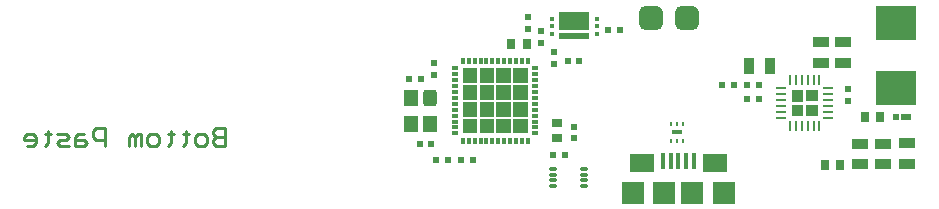
<source format=gbp>
G04 Layer_Color=128*
%FSLAX44Y44*%
%MOMM*%
G71*
G01*
G75*
%ADD17R,0.5000X0.6000*%
%ADD18R,0.8500X1.4000*%
%ADD22R,0.6000X0.5000*%
%ADD23R,0.2500X0.4000*%
%ADD25R,0.9000X0.8000*%
%ADD26R,0.8000X0.9000*%
%ADD27R,1.4000X0.8500*%
%ADD34C,0.2540*%
%ADD49R,0.4000X0.4000*%
%ADD50R,2.5000X1.5000*%
%ADD51R,2.5000X0.5500*%
%ADD53R,0.8500X0.2800*%
%ADD54R,0.2800X0.8500*%
%ADD55R,0.6000X0.3048*%
%ADD56R,0.3048X0.6000*%
%ADD59R,3.5000X2.9500*%
G04:AMPARAMS|DCode=60|XSize=2mm|YSize=2mm|CornerRadius=0.5mm|HoleSize=0mm|Usage=FLASHONLY|Rotation=0.000|XOffset=0mm|YOffset=0mm|HoleType=Round|Shape=RoundedRectangle|*
%AMROUNDEDRECTD60*
21,1,2.0000,1.0000,0,0,0.0*
21,1,1.0000,2.0000,0,0,0.0*
1,1,1.0000,0.5000,-0.5000*
1,1,1.0000,-0.5000,-0.5000*
1,1,1.0000,-0.5000,0.5000*
1,1,1.0000,0.5000,0.5000*
%
%ADD60ROUNDEDRECTD60*%
%ADD61R,1.2000X1.4000*%
G04:AMPARAMS|DCode=62|XSize=1.4mm|YSize=1.2mm|CornerRadius=0.3mm|HoleSize=0mm|Usage=FLASHONLY|Rotation=270.000|XOffset=0mm|YOffset=0mm|HoleType=Round|Shape=RoundedRectangle|*
%AMROUNDEDRECTD62*
21,1,1.4000,0.6000,0,0,270.0*
21,1,0.8000,1.2000,0,0,270.0*
1,1,0.6000,-0.3000,-0.4000*
1,1,0.6000,-0.3000,0.4000*
1,1,0.6000,0.3000,0.4000*
1,1,0.6000,0.3000,-0.4000*
%
%ADD62ROUNDEDRECTD62*%
%ADD63R,0.8800X0.6000*%
%ADD64R,0.4700X0.6000*%
G04:AMPARAMS|DCode=66|XSize=0.6mm|YSize=0.3mm|CornerRadius=0.075mm|HoleSize=0mm|Usage=FLASHONLY|Rotation=180.000|XOffset=0mm|YOffset=0mm|HoleType=Round|Shape=RoundedRectangle|*
%AMROUNDEDRECTD66*
21,1,0.6000,0.1500,0,0,180.0*
21,1,0.4500,0.3000,0,0,180.0*
1,1,0.1500,-0.2250,0.0750*
1,1,0.1500,0.2250,0.0750*
1,1,0.1500,0.2250,-0.0750*
1,1,0.1500,-0.2250,-0.0750*
%
%ADD66ROUNDEDRECTD66*%
%ADD67R,2.1000X1.6000*%
%ADD68R,1.9000X1.9000*%
%ADD69R,0.4000X1.3500*%
G36*
X97042Y80558D02*
X84818D01*
Y92782D01*
X97042D01*
Y80558D01*
D02*
G37*
G36*
X82818D02*
X70594D01*
Y92782D01*
X82818D01*
Y80558D01*
D02*
G37*
G36*
X111266D02*
X99042D01*
Y92782D01*
X111266D01*
Y80558D01*
D02*
G37*
G36*
X358700Y81075D02*
X349076D01*
Y90700D01*
X358700D01*
Y81075D01*
D02*
G37*
G36*
X125490Y80558D02*
X113266D01*
Y92782D01*
X125490D01*
Y80558D01*
D02*
G37*
G36*
X82818Y66334D02*
X70594D01*
Y78558D01*
X82818D01*
Y66334D01*
D02*
G37*
G36*
X256540Y65728D02*
X247904D01*
Y68890D01*
X256540D01*
Y65728D01*
D02*
G37*
G36*
X97042Y66334D02*
X84818D01*
Y78558D01*
X97042D01*
Y66334D01*
D02*
G37*
G36*
X125490D02*
X113266D01*
Y78558D01*
X125490D01*
Y66334D01*
D02*
G37*
G36*
X111266D02*
X99042D01*
Y78558D01*
X111266D01*
Y66334D01*
D02*
G37*
G36*
X370909Y81093D02*
X361293D01*
Y90691D01*
X370909D01*
Y81093D01*
D02*
G37*
G36*
X82818Y109006D02*
X70594D01*
Y121230D01*
X82818D01*
Y109006D01*
D02*
G37*
G36*
X125490Y94782D02*
X113266D01*
Y107006D01*
X125490D01*
Y94782D01*
D02*
G37*
G36*
X97042Y109006D02*
X84818D01*
Y121230D01*
X97042D01*
Y109006D01*
D02*
G37*
G36*
X125490D02*
X113266D01*
Y121230D01*
X125490D01*
Y109006D01*
D02*
G37*
G36*
X111266D02*
X99042D01*
Y121230D01*
X111266D01*
Y109006D01*
D02*
G37*
G36*
X370900Y93302D02*
X361302D01*
Y102900D01*
X370900D01*
Y93302D01*
D02*
G37*
G36*
X358680Y93284D02*
X349084D01*
Y102920D01*
X358680D01*
Y93284D01*
D02*
G37*
G36*
X82818Y94782D02*
X70594D01*
Y107006D01*
X82818D01*
Y94782D01*
D02*
G37*
G36*
X111266D02*
X99042D01*
Y107006D01*
X111266D01*
Y94782D01*
D02*
G37*
G36*
X97042D02*
X84818D01*
Y107006D01*
X97042D01*
Y94782D01*
D02*
G37*
D17*
X169338Y127762D02*
D03*
X159338D02*
D03*
X321000Y95000D02*
D03*
X311000D02*
D03*
X299894Y106934D02*
D03*
X289894D02*
D03*
X311000Y107000D02*
D03*
X321000D02*
D03*
X193374Y154178D02*
D03*
X203374D02*
D03*
X156892Y48006D02*
D03*
X146892D02*
D03*
X47990Y44120D02*
D03*
X57990D02*
D03*
X35130Y112192D02*
D03*
X25130D02*
D03*
X34020Y57582D02*
D03*
X44020D02*
D03*
X78818Y44120D02*
D03*
X68818D02*
D03*
D18*
X313250Y123000D02*
D03*
X330750D02*
D03*
D22*
X137160Y143082D02*
D03*
Y153082D02*
D03*
X125984Y164512D02*
D03*
Y154512D02*
D03*
X148082Y135302D02*
D03*
Y125302D02*
D03*
X164338Y72056D02*
D03*
Y62056D02*
D03*
X46228Y125904D02*
D03*
Y115904D02*
D03*
X396974Y93926D02*
D03*
Y103926D02*
D03*
D23*
X257222Y74560D02*
D03*
X252222D02*
D03*
X247222D02*
D03*
Y60060D02*
D03*
X252222D02*
D03*
X257222D02*
D03*
D25*
X150622Y62080D02*
D03*
Y75080D02*
D03*
D26*
X377040Y39116D02*
D03*
X390040D02*
D03*
X111610Y142240D02*
D03*
X124610D02*
D03*
X411000Y80000D02*
D03*
X424000D02*
D03*
D27*
X373634Y125870D02*
D03*
Y143370D02*
D03*
X446524Y40250D02*
D03*
Y57750D02*
D03*
X426586Y40206D02*
D03*
Y57706D02*
D03*
X406520Y40206D02*
D03*
Y57706D02*
D03*
X392176Y125870D02*
D03*
Y143370D02*
D03*
D34*
X-130956Y70781D02*
Y55546D01*
X-138573D01*
X-141113Y58085D01*
Y60624D01*
X-138573Y63164D01*
X-130956D01*
X-138573D01*
X-141113Y65703D01*
Y68242D01*
X-138573Y70781D01*
X-130956D01*
X-148730Y55546D02*
X-153808D01*
X-156348Y58085D01*
Y63164D01*
X-153808Y65703D01*
X-148730D01*
X-146191Y63164D01*
Y58085D01*
X-148730Y55546D01*
X-163965Y68242D02*
Y65703D01*
X-161426D01*
X-166504D01*
X-163965D01*
Y58085D01*
X-166504Y55546D01*
X-176661Y68242D02*
Y65703D01*
X-174122D01*
X-179200D01*
X-176661D01*
Y58085D01*
X-179200Y55546D01*
X-189357D02*
X-194435D01*
X-196975Y58085D01*
Y63164D01*
X-194435Y65703D01*
X-189357D01*
X-186818Y63164D01*
Y58085D01*
X-189357Y55546D01*
X-202053D02*
Y65703D01*
X-204592D01*
X-207131Y63164D01*
Y55546D01*
Y63164D01*
X-209670Y65703D01*
X-212210Y63164D01*
Y55546D01*
X-232523D02*
Y70781D01*
X-240141D01*
X-242680Y68242D01*
Y63164D01*
X-240141Y60624D01*
X-232523D01*
X-250297Y65703D02*
X-255376D01*
X-257915Y63164D01*
Y55546D01*
X-250297D01*
X-247758Y58085D01*
X-250297Y60624D01*
X-257915D01*
X-262993Y55546D02*
X-270611D01*
X-273150Y58085D01*
X-270611Y60624D01*
X-265532D01*
X-262993Y63164D01*
X-265532Y65703D01*
X-273150D01*
X-280767Y68242D02*
Y65703D01*
X-278228D01*
X-283307D01*
X-280767D01*
Y58085D01*
X-283307Y55546D01*
X-298542D02*
X-293463D01*
X-290924Y58085D01*
Y63164D01*
X-293463Y65703D01*
X-298542D01*
X-301081Y63164D01*
Y60624D01*
X-290924D01*
D49*
X145952Y163462D02*
D03*
Y156962D02*
D03*
Y150462D02*
D03*
X183952D02*
D03*
Y156962D02*
D03*
Y163462D02*
D03*
D50*
X164952Y161762D02*
D03*
D51*
Y148912D02*
D03*
D53*
X379750Y79500D02*
D03*
Y84500D02*
D03*
Y89500D02*
D03*
Y94500D02*
D03*
Y99500D02*
D03*
Y104500D02*
D03*
X340250D02*
D03*
Y99500D02*
D03*
Y94500D02*
D03*
Y89500D02*
D03*
Y84500D02*
D03*
Y79500D02*
D03*
D54*
X372500Y111750D02*
D03*
X367500D02*
D03*
X362500D02*
D03*
X357500D02*
D03*
X352500D02*
D03*
X347500D02*
D03*
Y72250D02*
D03*
X352500D02*
D03*
X357500D02*
D03*
X362500D02*
D03*
X367500D02*
D03*
X372500D02*
D03*
D55*
X64042Y66282D02*
D03*
Y71282D02*
D03*
Y76282D02*
D03*
Y81282D02*
D03*
Y86282D02*
D03*
Y91282D02*
D03*
Y96282D02*
D03*
Y101282D02*
D03*
Y106282D02*
D03*
Y111282D02*
D03*
Y116282D02*
D03*
Y121282D02*
D03*
X132042D02*
D03*
Y116282D02*
D03*
Y111282D02*
D03*
Y106282D02*
D03*
Y101282D02*
D03*
Y96282D02*
D03*
Y91282D02*
D03*
Y86282D02*
D03*
Y81282D02*
D03*
Y76282D02*
D03*
Y71282D02*
D03*
Y66282D02*
D03*
D56*
X70542Y127782D02*
D03*
X75542D02*
D03*
X80542D02*
D03*
X85542D02*
D03*
X90542D02*
D03*
X95542D02*
D03*
X100542D02*
D03*
X105542D02*
D03*
X110542D02*
D03*
X115542D02*
D03*
X120542D02*
D03*
X125542D02*
D03*
Y59782D02*
D03*
X120542D02*
D03*
X115542D02*
D03*
X110542D02*
D03*
X105542D02*
D03*
X100542D02*
D03*
X95542D02*
D03*
X90542D02*
D03*
X85542D02*
D03*
X80542D02*
D03*
X75542D02*
D03*
X70542D02*
D03*
D59*
X437388Y159330D02*
D03*
Y104830D02*
D03*
D60*
X230110Y164338D02*
D03*
X260110D02*
D03*
D61*
X42574Y73936D02*
D03*
X26574D02*
D03*
Y95936D02*
D03*
D62*
X42574D02*
D03*
D63*
X445506Y80130D02*
D03*
D64*
X437106D02*
D03*
D66*
X146766Y21456D02*
D03*
Y26456D02*
D03*
Y31456D02*
D03*
Y36456D02*
D03*
X172766Y21456D02*
D03*
Y26456D02*
D03*
Y31456D02*
D03*
Y36456D02*
D03*
D67*
X222000Y41500D02*
D03*
X284000D02*
D03*
D68*
X214500Y16000D02*
D03*
X241000D02*
D03*
X265000D02*
D03*
X291500D02*
D03*
D69*
X246500Y42750D02*
D03*
X253000D02*
D03*
X259500D02*
D03*
X240000D02*
D03*
X266000D02*
D03*
M02*

</source>
